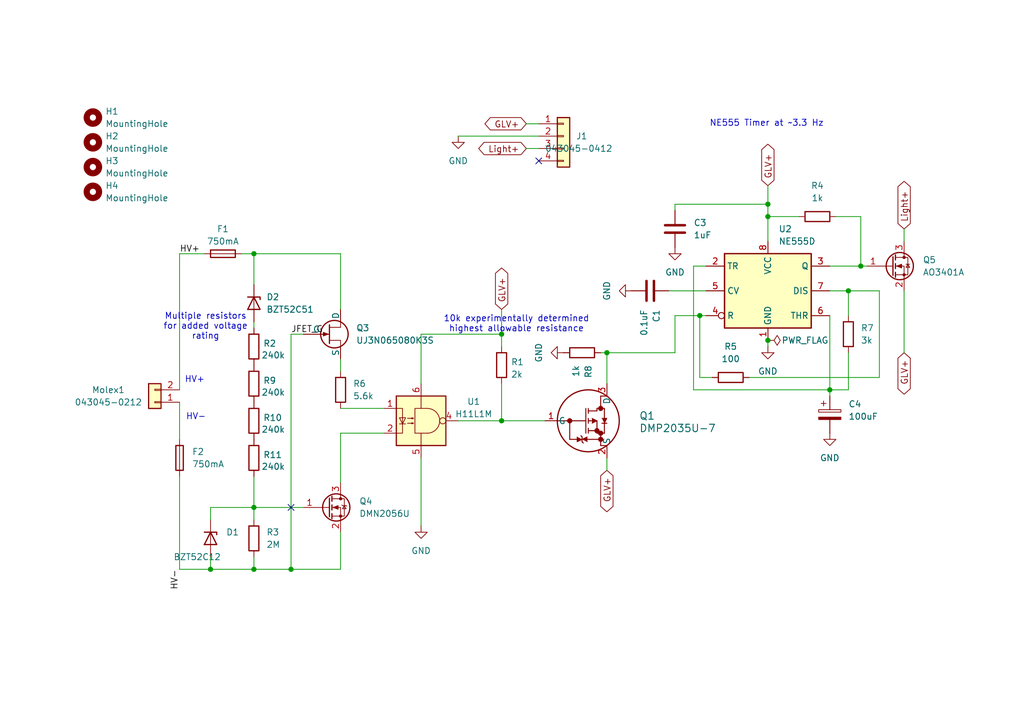
<source format=kicad_sch>
(kicad_sch (version 20250114) (generator "eeschema") (generator_version "9.0")
  (paper "A5")
  (lib_symbols
    (symbol "Connector_Generic:Conn_01x02" (pin_names (offset 1.016) (hide yes))
      (property "Reference" "J" (at 0 2.54 0))
      (property "Value" "Conn_01x02" (at 0 -5.08 0))
      (symbol "Conn_01x02_1_1"
        (rectangle (start -1.27 1.27) (end 1.27 -3.81) (stroke (width 0.254)) (fill (type background)))
        (rectangle (start -1.27 0.127) (end 0 -0.127) (stroke (width 0.1524)))
        (rectangle (start -1.27 -2.413) (end 0 -2.667) (stroke (width 0.1524)))
        (pin passive line (at -5.08 0 0) (length 3.81) (name "Pin_1") (number "1"))
        (pin passive line (at -5.08 -2.54 0) (length 3.81) (name "Pin_2") (number "2"))
      )
    )
    (symbol "Connector_Generic:Conn_01x04" (pin_names (offset 1.016) (hide yes))
      (property "Reference" "J" (at 0 5.08 0))
      (property "Value" "Conn_01x04" (at 0 -7.62 0))
      (symbol "Conn_01x04_1_1"
        (rectangle (start -1.27 3.81) (end 1.27 -6.35) (stroke (width 0.254)) (fill (type background)))
        (rectangle (start -1.27 2.667) (end 0 2.413) (stroke (width 0.1524)))
        (rectangle (start -1.27 0.127) (end 0 -0.127) (stroke (width 0.1524)))
        (rectangle (start -1.27 -2.413) (end 0 -2.667) (stroke (width 0.1524)))
        (rectangle (start -1.27 -4.953) (end 0 -5.207) (stroke (width 0.1524)))
        (pin passive line (at -5.08 2.54 0) (length 3.81) (name "Pin_1") (number "1"))
        (pin passive line (at -5.08 0 0) (length 3.81) (name "Pin_2") (number "2"))
        (pin passive line (at -5.08 -2.54 0) (length 3.81) (name "Pin_3") (number "3"))
        (pin passive line (at -5.08 -5.08 0) (length 3.81) (name "Pin_4") (number "4"))
      )
    )
    (symbol "Device:C" (pin_numbers (hide yes)) (pin_names (offset 0.254))
      (property "Reference" "C" (at 0.635 2.54 0))
      (property "Value" "C" (at 0.635 -2.54 0))
      (symbol "C_0_1"
        (polyline (pts (xy -2.032 0.762) (xy 2.032 0.762)) (stroke (width 0.508)))
        (polyline (pts (xy -2.032 -0.762) (xy 2.032 -0.762)) (stroke (width 0.508)))
      )
      (symbol "C_1_1"
        (pin passive line (at 0 3.81 270) (length 2.794) (name "~") (number "1"))
        (pin passive line (at 0 -3.81 90) (length 2.794) (name "~") (number "2"))
      )
    )
    (symbol "Device:C_Polarized" (pin_numbers (hide yes)) (pin_names (offset 0.254))
      (property "Reference" "C" (at 0.635 2.54 0))
      (property "Value" "C_Polarized" (at 0.635 -2.54 0))
      (symbol "C_Polarized_0_1"
        (rectangle (start -2.286 0.508) (end 2.286 1.016))
        (polyline (pts (xy -1.778 2.286) (xy -0.762 2.286)))
        (polyline (pts (xy -1.27 2.794) (xy -1.27 1.778)))
        (rectangle (start 2.286 -0.508) (end -2.286 -1.016) (fill (type outline)))
      )
      (symbol "C_Polarized_1_1"
        (pin passive line (at 0 3.81 270) (length 2.794) (name "~") (number "1"))
        (pin passive line (at 0 -3.81 90) (length 2.794) (name "~") (number "2"))
      )
    )
    (symbol "Device:D_Zener" (pin_numbers (hide yes)) (pin_names (offset 1.016) (hide yes))
      (property "Reference" "D" (at 0 2.54 0))
      (property "Value" "D_Zener" (at 0 -2.54 0))
      (symbol "D_Zener_0_1"
        (polyline (pts (xy -1.27 -1.27) (xy -1.27 1.27) (xy -0.762 1.27)) (stroke (width 0.254)))
        (polyline (pts (xy 1.27 0) (xy -1.27 0)))
        (polyline (pts (xy 1.27 -1.27) (xy 1.27 1.27) (xy -1.27 0) (xy 1.27 -1.27)) (stroke (width 0.254)))
      )
      (symbol "D_Zener_1_1"
        (pin passive line (at -3.81 0 0) (length 2.54) (name "K") (number "1"))
        (pin passive line (at 3.81 0 180) (length 2.54) (name "A") (number "2"))
      )
    )
    (symbol "Device:Fuse" (pin_numbers (hide yes)) (pin_names (offset 0))
      (property "Reference" "F" (at 2.032 0 90))
      (property "Value" "Fuse" (at -1.905 0 90))
      (symbol "Fuse_0_1"
        (rectangle (start -0.762 -2.54) (end 0.762 2.54) (stroke (width 0.254)))
        (polyline (pts (xy 0 2.54) (xy 0 -2.54)))
      )
      (symbol "Fuse_1_1"
        (pin passive line (at 0 3.81 270) (length 1.27) (name "~") (number "1"))
        (pin passive line (at 0 -3.81 90) (length 1.27) (name "~") (number "2"))
      )
    )
    (symbol "Device:R" (pin_numbers (hide yes)) (pin_names (offset 0))
      (property "Reference" "R" (at 2.032 0 90))
      (property "Value" "R" (at 0 0 90))
      (symbol "R_0_1"
        (rectangle (start -1.016 -2.54) (end 1.016 2.54) (stroke (width 0.254)))
      )
      (symbol "R_1_1"
        (pin passive line (at 0 3.81 270) (length 1.27) (name "~") (number "1"))
        (pin passive line (at 0 -3.81 90) (length 1.27) (name "~") (number "2"))
      )
    )
    (symbol "Diode:BZT52Bxx" (pin_numbers (hide yes)) (pin_names (hide yes))
      (property "Reference" "D" (at 0 2.54 0))
      (property "Value" "BZT52Bxx" (at 0 -2.54 0))
      (symbol "BZT52Bxx_0_1"
        (polyline (pts (xy -1.27 -1.27) (xy -1.27 1.27) (xy -0.762 1.27)) (stroke (width 0.254)))
        (polyline (pts (xy 1.27 0) (xy -1.27 0)))
        (polyline (pts (xy 1.27 -1.27) (xy 1.27 1.27) (xy -1.27 0) (xy 1.27 -1.27)) (stroke (width 0.254)))
      )
      (symbol "BZT52Bxx_1_1"
        (pin passive line (at -3.81 0 0) (length 2.54) (name "K") (number "1"))
        (pin passive line (at 3.81 0 180) (length 2.54) (name "A") (number "2"))
      )
    )
    (symbol "Isolator:H11L1" (pin_names (offset 1.016))
      (property "Reference" "U" (at 1.27 8.89 0))
      (property "Value" "H11L1" (at 1.27 6.35 0))
      (symbol "H11L1_0_1"
        (rectangle (start -5.08 5.08) (end 5.08 -5.08) (stroke (width 0.254)) (fill (type background)))
        (polyline (pts (xy -5.08 -2.54) (xy -3.81 -2.54) (xy -3.81 2.54) (xy -5.08 2.54)))
        (polyline (pts (xy -4.445 -0.635) (xy -3.175 -0.635)))
        (polyline (pts (xy -3.81 -0.635) (xy -4.445 0.635) (xy -3.175 0.635) (xy -3.81 -0.635)))
        (polyline (pts (xy -2.794 0.508) (xy -1.524 0.508) (xy -1.905 0.381) (xy -1.905 0.635) (xy -1.524 0.508)))
        (polyline (pts (xy -2.794 -0.508) (xy -1.524 -0.508) (xy -1.905 -0.635) (xy -1.905 -0.381) (xy -1.524 -0.508)))
        (polyline (pts (xy 0 2.54) (xy 0 5.08)))
        (polyline (pts (xy 0 -2.54) (xy 0 -5.08) (xy 0 -3.81)))
        (arc (start 1.27 2.54) (mid 3.799 0) (end 1.27 -2.54))
        (polyline (pts (xy 1.27 -2.54) (xy -1.27 -2.54) (xy -1.27 2.54) (xy 1.27 2.54)))
      )
      (symbol "H11L1_1_1"
        (pin passive line (at -7.62 2.54 0) (length 2.54) (name "~") (number "1"))
        (pin passive line (at -7.62 -2.54 0) (length 2.54) (name "~") (number "2"))
        (pin no_connect line (at -5.08 0 0) (length 2.54) (hide yes) (name "~") (number "3"))
        (pin power_in line (at 0 7.62 270) (length 2.54) (name "~") (number "6"))
        (pin power_in line (at 0 -7.62 90) (length 2.54) (name "~") (number "5"))
        (pin output inverted (at 7.62 0 180) (length 3.81) (name "~") (number "4"))
      )
    )
    (symbol "Mechanical:MountingHole" (pin_names (offset 1.016)) (exclude_from_sim yes) (in_bom no)
      (property "Reference" "H" (at 0 5.08 0))
      (property "Value" "MountingHole" (at 0 3.175 0))
      (symbol "MountingHole_0_1"
        (circle (center 0 0) (radius 1.27) (stroke (width 1.27)))
      )
    )
    (symbol "Simulation_SPICE:NJFET" (pin_numbers (hide yes)) (pin_names (offset 0))
      (property "Reference" "Q3" (at 5.715 1.27 0))
      (property "Value" "UJ3N120035K3S" (at 5.715 -1.27 0))
      (symbol "NJFET_0_1"
        (polyline (pts (xy 0 0) (xy -1.016 0.381) (xy -1.016 -0.381) (xy 0 0)) (fill (type outline)))
        (polyline (pts (xy 0.254 1.905) (xy 0.254 -1.905) (xy 0.254 -1.905)) (stroke (width 0.254)))
        (circle (center 1.27 0) (radius 2.8194) (stroke (width 0.254)))
        (polyline (pts (xy 2.54 2.54) (xy 2.54 1.397) (xy 0.254 1.397)))
        (polyline (pts (xy 2.54 -2.54) (xy 2.54 -1.27) (xy 0.254 -1.27)))
      )
      (symbol "NJFET_1_1"
        (pin input line (at -5.08 0 0) (length 5.334) (name "G") (number "1"))
        (pin passive line (at 2.54 5.08 270) (length 2.54) (name "D") (number "2"))
        (pin passive line (at 2.54 -5.08 90) (length 2.54) (name "S") (number "3"))
      )
    )
    (symbol "Timer:NE555D"
      (property "Reference" "U" (at -10.16 8.89 0))
      (property "Value" "NE555D" (at 2.54 8.89 0))
      (symbol "NE555D_0_0"
        (pin power_in line (at 0 10.16 270) (length 2.54) (name "VCC") (number "8"))
        (pin power_in line (at 0 -10.16 90) (length 2.54) (name "GND") (number "1"))
      )
      (symbol "NE555D_0_1"
        (rectangle (start -8.89 -7.62) (end 8.89 7.62) (stroke (width 0.254)) (fill (type background)))
        (rectangle (start -8.89 -7.62) (end 8.89 7.62) (stroke (width 0.254)) (fill (type background)))
      )
      (symbol "NE555D_1_1"
        (pin input line (at -12.7 5.08 0) (length 3.81) (name "TR") (number "2"))
        (pin input line (at -12.7 0 0) (length 3.81) (name "CV") (number "5"))
        (pin input inverted (at -12.7 -5.08 0) (length 3.81) (name "R") (number "4"))
        (pin output line (at 12.7 5.08 180) (length 3.81) (name "Q") (number "3"))
        (pin input line (at 12.7 0 180) (length 3.81) (name "DIS") (number "7"))
        (pin input line (at 12.7 -5.08 180) (length 3.81) (name "THR") (number "6"))
      )
    )
    (symbol "Transistor_FET:AO3400A" (pin_names (offset 0) (hide yes))
      (property "Reference" "Q" (at 5.08 1.905 0))
      (property "Value" "AO3400A" (at 5.08 0 0))
      (symbol "AO3400A_0_1"
        (polyline (pts (xy 0.254 1.905) (xy 0.254 -1.905)) (stroke (width 0.254)))
        (polyline (pts (xy 0.254 0) (xy -2.54 0)))
        (polyline (pts (xy 0.762 2.286) (xy 0.762 1.27)) (stroke (width 0.254)))
        (polyline (pts (xy 0.762 0.508) (xy 0.762 -0.508)) (stroke (width 0.254)))
        (polyline (pts (xy 0.762 -1.27) (xy 0.762 -2.286)) (stroke (width 0.254)))
        (polyline (pts (xy 0.762 -1.778) (xy 3.302 -1.778) (xy 3.302 1.778) (xy 0.762 1.778)))
        (polyline (pts (xy 1.016 0) (xy 2.032 0.381) (xy 2.032 -0.381) (xy 1.016 0)) (fill (type outline)))
        (circle (center 1.651 0) (radius 2.794) (stroke (width 0.254)))
        (polyline (pts (xy 2.54 2.54) (xy 2.54 1.778)))
        (circle (center 2.54 1.778) (radius 0.254) (fill (type outline)))
        (circle (center 2.54 -1.778) (radius 0.254) (fill (type outline)))
        (polyline (pts (xy 2.54 -2.54) (xy 2.54 0) (xy 0.762 0)))
        (polyline (pts (xy 2.921 0.381) (xy 3.683 0.381)))
        (polyline (pts (xy 3.302 0.381) (xy 2.921 -0.254) (xy 3.683 -0.254) (xy 3.302 0.381)))
      )
      (symbol "AO3400A_1_1"
        (pin input line (at -5.08 0 0) (length 2.54) (name "G") (number "1"))
        (pin passive line (at 2.54 5.08 270) (length 2.54) (name "D") (number "3"))
        (pin passive line (at 2.54 -5.08 90) (length 2.54) (name "S") (number "2"))
      )
    )
    (symbol "Transistor_FET:DMN2056U" (pin_names (hide yes))
      (property "Reference" "Q" (at 5.08 1.905 0))
      (property "Value" "DMN2056U" (at 5.08 0 0))
      (symbol "DMN2056U_0_1"
        (polyline (pts (xy 0.254 1.905) (xy 0.254 -1.905)) (stroke (width 0.254)))
        (polyline (pts (xy 0.254 0) (xy -2.54 0)))
        (polyline (pts (xy 0.762 2.286) (xy 0.762 1.27)) (stroke (width 0.254)))
        (polyline (pts (xy 0.762 0.508) (xy 0.762 -0.508)) (stroke (width 0.254)))
        (polyline (pts (xy 0.762 -1.27) (xy 0.762 -2.286)) (stroke (width 0.254)))
        (polyline (pts (xy 0.762 -1.778) (xy 3.302 -1.778) (xy 3.302 1.778) (xy 0.762 1.778)))
        (polyline (pts (xy 1.016 0) (xy 2.032 0.381) (xy 2.032 -0.381) (xy 1.016 0)) (fill (type outline)))
        (circle (center 1.651 0) (radius 2.794) (stroke (width 0.254)))
        (polyline (pts (xy 2.54 2.54) (xy 2.54 1.778)))
        (circle (center 2.54 1.778) (radius 0.254) (fill (type outline)))
        (circle (center 2.54 -1.778) (radius 0.254) (fill (type outline)))
        (polyline (pts (xy 2.54 -2.54) (xy 2.54 0) (xy 0.762 0)))
        (polyline (pts (xy 2.794 0.508) (xy 2.921 0.381) (xy 3.683 0.381) (xy 3.81 0.254)))
        (polyline (pts (xy 3.302 0.381) (xy 2.921 -0.254) (xy 3.683 -0.254) (xy 3.302 0.381)))
      )
      (symbol "DMN2056U_1_1"
        (pin input line (at -5.08 0 0) (length 2.54) (name "G") (number "1"))
        (pin passive line (at 2.54 5.08 270) (length 2.54) (name "D") (number "3"))
        (pin passive line (at 2.54 -5.08 90) (length 2.54) (name "S") (number "2"))
      )
    )
    (symbol "Transistor_FET:DMP2035U-7" (pin_names (offset 0.254))
      (property "Reference" "MOSFET" (at 16.51 1.27 0))
      (property "Value" "DMP2035U-7" (at 16.51 -1.27 0))
      (symbol "DMP2035U-7_0_1"
        (polyline (pts (xy 2.54 0) (xy 8.382 0)) (stroke (width 0.2032)))
        (circle (center 5.08 0) (radius 0.0254) (stroke (width 0.508)))
        (polyline (pts (xy 5.08 -3.81) (xy 5.08 0)) (stroke (width 0.2032)))
        (polyline (pts (xy 5.08 -3.81) (xy 6.604 -3.81)) (stroke (width 0.2032)))
        (polyline (pts (xy 6.604 -3.302) (xy 6.604 -4.318) (xy 7.62 -3.81)) (fill (type outline)))
        (polyline (pts (xy 7.366 -3.048) (xy 7.62 -3.302)) (stroke (width 0.2032)))
        (polyline (pts (xy 7.62 -3.302) (xy 7.62 -4.318)) (stroke (width 0.2032)))
        (polyline (pts (xy 7.62 -4.318) (xy 7.874 -4.572)) (stroke (width 0.2032)))
        (polyline (pts (xy 8.382 -2.54) (xy 8.382 2.54)) (stroke (width 0.2032)))
        (polyline (pts (xy 8.636 -3.81) (xy 11.43 -3.81)) (stroke (width 0.2032)))
        (polyline (pts (xy 8.636 -4.318) (xy 8.636 -3.302) (xy 7.62 -3.81)) (fill (type outline)))
        (polyline (pts (xy 8.89 2.032) (xy 10.668 2.032)) (stroke (width 0.2032)))
        (polyline (pts (xy 8.89 1.524) (xy 8.89 2.54)) (stroke (width 0.2032)))
        (polyline (pts (xy 8.89 0) (xy 10.668 0)) (stroke (width 0.2032)))
        (circle (center 8.89 0) (radius 6.35) (stroke (width 0.254)))
        (polyline (pts (xy 8.89 -0.508) (xy 8.89 0.508)) (stroke (width 0.2032)))
        (polyline (pts (xy 8.89 -2.032) (xy 10.668 -2.032)) (stroke (width 0.2032)))
        (polyline (pts (xy 8.89 -2.54) (xy 8.89 -1.524)) (stroke (width 0.2032)))
        (polyline (pts (xy 9.652 0.508) (xy 10.668 0) (xy 9.652 -0.508)) (fill (type outline)))
        (polyline (pts (xy 10.668 2.54) (xy 12.192 2.54)) (stroke (width 0.2032)))
        (polyline (pts (xy 10.668 2.032) (xy 10.668 2.54)) (stroke (width 0.2032)))
        (circle (center 10.668 -2.032) (radius 0.0254) (stroke (width 0.508)))
        (polyline (pts (xy 10.668 -2.54) (xy 10.668 0)) (stroke (width 0.2032)))
        (polyline (pts (xy 10.668 -2.54) (xy 12.192 -2.54)) (stroke (width 0.2032)))
        (polyline (pts (xy 11.43 5.08) (xy 11.43 2.54)) (stroke (width 0.2032)))
        (polyline (pts (xy 11.43 5.08) (xy 12.7 5.08)) (stroke (width 0.2032)))
        (circle (center 11.43 2.54) (radius 0.0254) (stroke (width 0.508)))
        (circle (center 11.43 -2.54) (radius 0.0254) (stroke (width 0.508)))
        (circle (center 11.43 -3.81) (radius 0.0254) (stroke (width 0.508)))
        (polyline (pts (xy 11.43 -5.08) (xy 11.43 -2.54)) (stroke (width 0.2032)))
        (polyline (pts (xy 11.43 -5.08) (xy 12.7 -5.08)) (stroke (width 0.2032)))
        (polyline (pts (xy 11.684 0.508) (xy 12.7 0.508) (xy 12.192 -0.508)) (fill (type outline)))
        (polyline (pts (xy 11.684 -0.508) (xy 12.7 -0.508)) (stroke (width 0.2032)))
        (polyline (pts (xy 12.192 -2.54) (xy 12.192 2.54)) (stroke (width 0.2032)))
        (pin unspecified line (at 0 0 0) (length 2.54) (name "G") (number "1"))
        (pin unspecified line (at 12.7 7.62 270) (length 2.54) (name "D") (number "3"))
        (pin unspecified line (at 12.7 -7.62 90) (length 2.54) (name "S") (number "2"))
      )
    )
    (symbol "power:GND" (power) (pin_numbers (hide yes)) (pin_names (offset 0) (hide yes))
      (property "Value" "GND" (at 0 -3.81 0))
      (symbol "GND_0_1"
        (polyline (pts (xy 0 0) (xy 0 -1.27) (xy 1.27 -1.27) (xy 0 -2.54) (xy -1.27 -1.27) (xy 0 -1.27)))
      )
      (symbol "GND_1_1"
        (pin power_in line (at 0 0 270) (length 0) (name "~") (number "1"))
      )
    )
    (symbol "power:PWR_FLAG" (power) (pin_numbers (hide yes)) (pin_names (offset 0) (hide yes))
      (property "Value" "PWR_FLAG" (at 0 3.81 0))
      (symbol "PWR_FLAG_0_0"
        (pin power_out line (at 0 0 90) (length 0) (name "~") (number "1"))
      )
      (symbol "PWR_FLAG_0_1"
        (polyline (pts (xy 0 0) (xy 0 1.27) (xy -1.016 1.905) (xy 0 2.54) (xy 1.016 1.905) (xy 0 1.27)))
      )
    )
  )
  (text "NE555 Timer at ~3.3 Hz" (at 157.226 25.4 0) (effects (font (size 1.27 1.27))))
  (text "Multiple resistors\nfor added voltage\nrating" (at 42.164 67.056 0) (effects (font (size 1.27 1.27))))
  (text "10k experimentally determined\nhighest allowable resistance" (at 105.918 66.548 0) (effects (font (size 1.27 1.27))))
  (text "HV+" (at 37.846 78.74 0) (effects (font (size 1.27 1.27)) (justify left bottom)))
  (text "HV-" (at 38.1 86.36 0) (effects (font (size 1.27 1.27)) (justify left bottom)))
  (junction (at 143.51 64.77))
  (junction (at 124.46 72.39))
  (junction (at 52.07 116.84))
  (junction (at 52.07 52.07))
  (junction (at 157.48 69.85))
  (junction (at 52.07 104.14))
  (junction (at 59.69 116.84))
  (junction (at 157.48 44.45))
  (junction (at 170.18 80.01))
  (junction (at 102.87 68.58))
  (junction (at 102.87 86.36))
  (junction (at 176.53 54.61))
  (junction (at 157.48 41.91))
  (junction (at 173.99 59.69))
  (junction (at 43.18 116.84))
  (no_connect (at 110.49 33.02))
  (no_connect (at 59.69 104.14))
  (wire (pts (xy 137.16 59.69) (xy 144.78 59.69)))
  (wire (pts (xy 123.19 72.39) (xy 124.46 72.39)))
  (wire (pts (xy 180.34 59.69) (xy 173.99 59.69)))
  (wire (pts (xy 170.18 64.77) (xy 170.18 80.01)))
  (wire (pts (xy 78.74 88.9) (xy 69.85 88.9)))
  (wire (pts (xy 142.24 80.01) (xy 170.18 80.01)))
  (wire (pts (xy 138.43 41.91) (xy 138.43 43.18)))
  (wire (pts (xy 59.69 68.58) (xy 59.69 116.84)))
  (wire (pts (xy 52.07 52.07) (xy 52.07 58.42)))
  (wire (pts (xy 107.95 25.4) (xy 110.49 25.4)))
  (wire (pts (xy 69.85 109.22) (xy 69.85 116.84)))
  (wire (pts (xy 69.85 52.07) (xy 69.85 63.5)))
  (wire (pts (xy 185.42 59.69) (xy 185.42 72.39)))
  (wire (pts (xy 176.53 44.45) (xy 176.53 54.61)))
  (wire (pts (xy 36.83 97.79) (xy 36.83 116.84)))
  (wire (pts (xy 59.69 116.84) (xy 69.85 116.84)))
  (wire (pts (xy 69.85 88.9) (xy 69.85 99.06)))
  (wire (pts (xy 171.45 44.45) (xy 176.53 44.45)))
  (wire (pts (xy 107.95 30.48) (xy 110.49 30.48)))
  (wire (pts (xy 86.36 93.98) (xy 86.36 107.95)))
  (wire (pts (xy 138.43 41.91) (xy 157.48 41.91)))
  (wire (pts (xy 124.46 96.52) (xy 124.46 93.98)))
  (wire (pts (xy 52.07 52.07) (xy 69.85 52.07)))
  (wire (pts (xy 143.51 64.77) (xy 144.78 64.77)))
  (wire (pts (xy 173.99 72.39) (xy 173.99 80.01)))
  (wire (pts (xy 69.85 83.82) (xy 78.74 83.82)))
  (wire (pts (xy 36.83 52.07) (xy 36.83 80.01)))
  (wire (pts (xy 157.48 38.1) (xy 157.48 41.91)))
  (wire (pts (xy 52.07 104.14) (xy 52.07 97.79)))
  (wire (pts (xy 180.34 77.47) (xy 180.34 59.69)))
  (wire (pts (xy 124.46 72.39) (xy 124.46 78.74)))
  (wire (pts (xy 157.48 41.91) (xy 157.48 44.45)))
  (wire (pts (xy 170.18 80.01) (xy 170.18 81.28)))
  (wire (pts (xy 185.42 46.99) (xy 185.42 49.53)))
  (wire (pts (xy 43.18 116.84) (xy 52.07 116.84)))
  (wire (pts (xy 138.43 64.77) (xy 138.43 72.39)))
  (wire (pts (xy 138.43 64.77) (xy 143.51 64.77)))
  (wire (pts (xy 52.07 116.84) (xy 59.69 116.84)))
  (wire (pts (xy 170.18 54.61) (xy 176.53 54.61)))
  (wire (pts (xy 124.46 72.39) (xy 138.43 72.39)))
  (wire (pts (xy 93.98 86.36) (xy 102.87 86.36)))
  (wire (pts (xy 102.87 86.36) (xy 111.76 86.36)))
  (wire (pts (xy 43.18 104.14) (xy 52.07 104.14)))
  (wire (pts (xy 43.18 116.84) (xy 43.18 114.3)))
  (wire (pts (xy 173.99 80.01) (xy 170.18 80.01)))
  (wire (pts (xy 36.83 116.84) (xy 43.18 116.84)))
  (wire (pts (xy 157.48 44.45) (xy 157.48 49.53)))
  (wire (pts (xy 36.83 52.07) (xy 41.91 52.07)))
  (wire (pts (xy 69.85 73.66) (xy 69.85 76.2)))
  (wire (pts (xy 157.48 44.45) (xy 163.83 44.45)))
  (wire (pts (xy 86.36 68.58) (xy 102.87 68.58)))
  (wire (pts (xy 142.24 54.61) (xy 142.24 80.01)))
  (wire (pts (xy 153.67 77.47) (xy 180.34 77.47)))
  (wire (pts (xy 43.18 104.14) (xy 43.18 106.68)))
  (wire (pts (xy 102.87 63.5) (xy 102.87 68.58)))
  (wire (pts (xy 52.07 116.84) (xy 52.07 114.3)))
  (wire (pts (xy 52.07 104.14) (xy 62.23 104.14)))
  (wire (pts (xy 146.05 77.47) (xy 143.51 77.47)))
  (wire (pts (xy 52.07 104.14) (xy 52.07 106.68)))
  (wire (pts (xy 36.83 82.55) (xy 36.83 90.17)))
  (wire (pts (xy 49.53 52.07) (xy 52.07 52.07)))
  (wire (pts (xy 157.48 71.12) (xy 157.48 69.85)))
  (wire (pts (xy 93.98 27.94) (xy 110.49 27.94)))
  (wire (pts (xy 86.36 78.74) (xy 86.36 68.58)))
  (wire (pts (xy 173.99 59.69) (xy 173.99 64.77)))
  (wire (pts (xy 142.24 54.61) (xy 144.78 54.61)))
  (wire (pts (xy 52.07 66.04) (xy 52.07 67.31)))
  (wire (pts (xy 170.18 59.69) (xy 173.99 59.69)))
  (wire (pts (xy 176.53 54.61) (xy 177.8 54.61)))
  (wire (pts (xy 102.87 86.36) (xy 102.87 78.74)))
  (wire (pts (xy 102.87 68.58) (xy 102.87 71.12)))
  (wire (pts (xy 143.51 64.77) (xy 143.51 77.47)))
  (wire (pts (xy 59.69 68.58) (xy 62.23 68.58)))
  (label "JFET_G" (at 59.69 68.58 0))
  (label "HV+" (at 36.83 52.07 0))
  (label "HV-" (at 36.83 116.84 270))
  (global_label "GLV+" (shape bidirectional) (at 124.46 96.52 270) (property "Intersheetrefs" "${INTERSHEET_REFS}" (effects (hide yes))))
  (global_label "GLV+" (shape bidirectional) (at 102.87 63.5 90) (property "Intersheetrefs" "${INTERSHEET_REFS}" (effects (hide yes))))
  (global_label "GLV+" (shape bidirectional) (at 185.42 72.39 270) (property "Intersheetrefs" "${INTERSHEET_REFS}" (effects (hide yes))))
  (global_label "GLV+" (shape bidirectional) (at 107.95 25.4 180) (property "Intersheetrefs" "${INTERSHEET_REFS}" (effects (hide yes))))
  (global_label "Light+" (shape bidirectional) (at 185.42 46.99 90) (property "Intersheetrefs" "${INTERSHEET_REFS}" (effects (hide yes))))
  (global_label "Light+" (shape bidirectional) (at 107.95 30.48 180) (property "Intersheetrefs" "${INTERSHEET_REFS}" (effects (hide yes))))
  (global_label "GLV+" (shape bidirectional) (at 157.48 38.1 90) (property "Intersheetrefs" "${INTERSHEET_REFS}" (effects (hide yes))))
  (symbol (lib_id "Device:C") (at 133.35 59.69 90) (unit 1)
    (property "Reference" "C1" (at 134.6201 63.5 0) (effects (justify right)))
    (property "Value" "0.1uF" (at 132.0801 63.5 0) (effects (justify right)))
    (property "Footprint" "Capacitor_SMD:C_0805_2012Metric_Pad1.18x1.45mm_HandSolder" (effects (hide yes)))
    (property "Description" "Unpolarized capacitor" (effects (hide yes)))
  )
  (symbol (lib_id "power:GND") (at 86.36 107.95 0) (unit 1)
    (property "Reference" "#PWR04" (effects (hide yes)))
    (property "Value" "GND" (at 86.36 113.03 0))
    (property "Description" "Power symbol creates a global label with name \"GND\" , ground" (effects (hide yes)))
  )
  (symbol (lib_id "Transistor_FET:AO3400A") (at 182.88 54.61 0) (unit 1)
    (property "Reference" "Q5" (at 189.23 53.3399 0) (effects (justify left)))
    (property "Value" "AO3401A" (at 189.23 55.8799 0) (effects (justify left)))
    (property "Footprint" "Package_TO_SOT_SMD:SOT-23" (effects (hide yes)))
    (property "Datasheet" "http://www.aosmd.com/pdfs/datasheet/AO3400A.pdf" (effects (hide yes)))
    (property "Description" "30V Vds, 5.7A Id, N-Channel MOSFET, SOT-23" (effects (hide yes)))
  )
  (symbol (lib_id "power:GND") (at 115.57 72.39 270) (unit 1)
    (property "Reference" "#PWR05" (effects (hide yes)))
    (property "Value" "GND" (at 110.49 72.39 0))
    (property "Description" "Power symbol creates a global label with name \"GND\" , ground" (effects (hide yes)))
  )
  (symbol (lib_id "Device:R") (at 149.86 77.47 90) (unit 1)
    (property "Reference" "R5" (at 149.86 71.12 90))
    (property "Value" "100" (at 149.86 73.66 90))
    (property "Footprint" "Resistor_SMD:R_0805_2012Metric_Pad1.20x1.40mm_HandSolder" (effects (hide yes)))
    (property "Description" "Resistor" (effects (hide yes)))
  )
  (symbol (lib_id "Transistor_FET:DMN2056U") (at 67.31 104.14 0) (unit 1)
    (property "Reference" "Q4" (at 73.66 102.8699 0) (effects (justify left)))
    (property "Value" "DMN2056U" (at 73.66 105.4099 0) (effects (justify left)))
    (property "Footprint" "Package_TO_SOT_SMD:SOT-23" (effects (hide yes)))
    (property "Datasheet" "http://www.diodes.com/assets/Datasheets/DMN2056U.pdf" (effects (hide yes)))
    (property "Description" "4A Id, 20V Vds, N-Channel MOSFET, SOT-23" (effects (hide yes)))
  )
  (symbol (lib_id "Device:R") (at 69.85 80.01 0) (unit 1)
    (property "Reference" "R6" (at 72.39 78.7399 0) (effects (justify left)))
    (property "Value" "5.6k" (at 72.39 81.2799 0) (effects (justify left)))
    (property "Footprint" "Resistor_SMD:R_0805_2012Metric_Pad1.20x1.40mm_HandSolder" (effects (hide yes)))
  )
  (symbol (lib_id "Transistor_FET:DMP2035U-7") (at 111.76 86.36 0) (unit 1)
    (property "Reference" "Q1" (at 131.064 85.344 0) (effects (font (size 1.524 1.524)) (justify left)))
    (property "Value" "DMP2035U-7" (at 131.064 87.884 0) (effects (font (size 1.524 1.524)) (justify left)))
    (property "Footprint" "Package_TO_SOT_SMD:SOT-23" (effects (hide yes)))
    (property "Datasheet" "DMP2035U-7" (effects (hide yes)))
  )
  (symbol (lib_id "Device:R") (at 52.07 71.12 0) (unit 1)
    (property "Reference" "R2" (at 53.975 70.485 0) (effects (justify left)))
    (property "Value" "240k" (at 53.594 72.898 0) (effects (justify left)))
    (property "Footprint" "Resistor_SMD:R_0805_2012Metric_Pad1.20x1.40mm_HandSolder" (effects (hide yes)))
  )
  (symbol (lib_id "power:GND") (at 93.98 27.94 0) (mirror y) (unit 1)
    (property "Reference" "#PWR08" (effects (hide yes)))
    (property "Value" "GND" (at 93.98 33.02 0))
    (property "Description" "Power symbol creates a global label with name \"GND\" , ground" (effects (hide yes)))
  )
  (symbol (lib_id "Device:Fuse") (at 45.72 52.07 90) (unit 1)
    (property "Reference" "F1" (at 45.72 46.99 90))
    (property "Value" "750mA" (at 45.72 49.53 90))
    (property "Footprint" "Fuse:Fuse_1206_3216Metric" (effects (hide yes)))
  )
  (symbol (lib_id "Device:R") (at 52.07 78.74 0) (unit 1)
    (property "Reference" "R9" (at 53.975 78.105 0) (effects (justify left)))
    (property "Value" "240k" (at 53.594 80.518 0) (effects (justify left)))
    (property "Footprint" "Resistor_SMD:R_0805_2012Metric_Pad1.20x1.40mm_HandSolder" (effects (hide yes)))
  )
  (symbol (lib_id "power:GND") (at 129.54 59.69 270) (unit 1)
    (property "Reference" "#PWR03" (effects (hide yes)))
    (property "Value" "GND" (at 124.46 59.69 0))
    (property "Description" "Power symbol creates a global label with name \"GND\" , ground" (effects (hide yes)))
  )
  (symbol (lib_id "power:GND") (at 138.43 50.8 0) (unit 1)
    (property "Reference" "#PWR06" (effects (hide yes)))
    (property "Value" "GND" (at 138.43 55.88 0))
    (property "Description" "Power symbol creates a global label with name \"GND\" , ground" (effects (hide yes)))
  )
  (symbol (lib_id "Device:R") (at 52.07 93.98 0) (unit 1)
    (property "Reference" "R11" (at 53.975 93.345 0) (effects (justify left)))
    (property "Value" "240k" (at 53.594 95.758 0) (effects (justify left)))
    (property "Footprint" "Resistor_SMD:R_0805_2012Metric_Pad1.20x1.40mm_HandSolder" (effects (hide yes)))
  )
  (symbol (lib_id "Device:C") (at 138.43 46.99 180) (unit 1)
    (property "Reference" "C3" (at 142.24 45.7199 0) (effects (justify right)))
    (property "Value" "1uF" (at 142.24 48.2599 0) (effects (justify right)))
    (property "Footprint" "Capacitor_SMD:C_0805_2012Metric_Pad1.18x1.45mm_HandSolder" (effects (hide yes)))
    (property "Description" "Unpolarized capacitor" (effects (hide yes)))
  )
  (symbol (lib_id "power:PWR_FLAG") (at 157.48 69.85 270) (unit 1)
    (property "Reference" "#FLG01" (effects (hide yes)))
    (property "Value" "PWR_FLAG" (at 160.274 69.85 90) (effects (justify left)))
    (property "Description" "Special symbol for telling ERC where power comes from" (effects (hide yes)))
  )
  (symbol (lib_id "Simulation_SPICE:NJFET") (at 67.31 68.58 0) (unit 1)
    (property "Reference" "Q3" (at 73.025 67.31 0) (effects (justify left)))
    (property "Value" "UJ3N065080K3S" (at 73.025 69.85 0) (effects (justify left)))
    (property "Footprint" "Package_TO_SOT_THT:TO-247-3_Horizontal_TabDown" (effects (hide yes)))
    (property "Sim.Device" "NJFET" (effects (hide yes)))
    (property "Sim.Type" "SHICHMANHODGES" (effects (hide yes)))
    (property "Sim.Pins" "1=D 2=G 3=S" (effects (hide yes)))
  )
  (symbol (lib_id "Device:R") (at 52.07 86.36 0) (unit 1)
    (property "Reference" "R10" (at 53.975 85.725 0) (effects (justify left)))
    (property "Value" "240k" (at 53.594 88.138 0) (effects (justify left)))
    (property "Footprint" "Resistor_SMD:R_0805_2012Metric_Pad1.20x1.40mm_HandSolder" (effects (hide yes)))
  )
  (symbol (lib_id "Device:R") (at 52.07 110.49 0) (unit 1)
    (property "Reference" "R3" (at 54.61 109.2199 0) (effects (justify left)))
    (property "Value" "2M" (at 54.61 111.7599 0) (effects (justify left)))
    (property "Footprint" "Resistor_SMD:R_0805_2012Metric_Pad1.20x1.40mm_HandSolder" (effects (hide yes)))
  )
  (symbol (lib_id "Timer:NE555D") (at 157.48 59.69 0) (unit 1)
    (property "Reference" "U2" (at 159.6741 46.99 0) (effects (justify left)))
    (property "Value" "NE555D" (at 159.6741 49.53 0) (effects (justify left)))
    (property "Footprint" "Package_SO:SOIC-8_3.9x4.9mm_P1.27mm" (effects (hide yes)))
    (property "Datasheet" "http://www.ti.com/lit/ds/symlink/ne555.pdf" (effects (hide yes)))
    (property "Description" "Precision Timers, 555 compatible, SOIC-8" (effects (hide yes)))
  )
  (symbol (lib_id "Device:R") (at 119.38 72.39 90) (unit 1)
    (property "Reference" "R8" (at 120.6501 74.93 0) (effects (justify right)))
    (property "Value" "1k" (at 118.1101 74.93 0) (effects (justify right)))
    (property "Footprint" "Resistor_SMD:R_0805_2012Metric_Pad1.20x1.40mm_HandSolder" (effects (hide yes)))
    (property "Description" "Resistor" (effects (hide yes)))
  )
  (symbol (lib_id "Device:Fuse") (at 36.83 93.98 180) (unit 1)
    (property "Reference" "F2" (at 39.37 92.7099 0) (effects (justify right)))
    (property "Value" "750mA" (at 39.37 95.2499 0) (effects (justify right)))
    (property "Footprint" "Fuse:Fuse_1206_3216Metric" (effects (hide yes)))
  )
  (symbol (lib_id "Mechanical:MountingHole") (at 19.05 24.13 0) (unit 1) (exclude_from_sim yes) (in_bom no)
    (property "Reference" "H1" (at 21.59 22.8599 0) (effects (justify left)))
    (property "Value" "MountingHole" (at 21.59 25.3999 0) (effects (justify left)))
    (property "Footprint" "MountingHole:MountingHole_3.2mm_M3_Pad_TopBottom" (effects (hide yes)))
    (property "Description" "Mounting Hole without connection" (effects (hide yes)))
  )
  (symbol (lib_id "Isolator:H11L1") (at 86.36 86.36 0) (unit 1)
    (property "Reference" "U1" (at 97.155 82.4231 0))
    (property "Value" "H11L1M" (at 97.155 84.9631 0))
    (property "Footprint" "Package_DIP:DIP-6_W7.62mm" (effects (hide yes)))
    (property "Datasheet" "https://www.onsemi.com/pub/Collateral/H11L3M-D.PDF" (effects (hide yes)))
  )
  (symbol (lib_id "Mechanical:MountingHole") (at 19.05 34.29 0) (unit 1) (exclude_from_sim yes) (in_bom no)
    (property "Reference" "H3" (at 21.59 33.0199 0) (effects (justify left)))
    (property "Value" "MountingHole" (at 21.59 35.5599 0) (effects (justify left)))
    (property "Footprint" "MountingHole:MountingHole_3.2mm_M3_Pad_TopBottom" (effects (hide yes)))
    (property "Description" "Mounting Hole without connection" (effects (hide yes)))
  )
  (symbol (lib_id "Connector_Generic:Conn_01x04") (at 115.57 27.94 0) (unit 1)
    (property "Reference" "J1" (at 118.11 27.94 0) (effects (justify left)))
    (property "Value" "043045-0412" (at 111.76 30.48 0) (effects (justify left)))
    (property "Footprint" "Connector_Molex:Molex_Micro-Fit_3.0_43045-0412_2x02_P3.00mm_Vertical" (effects (hide yes)))
  )
  (symbol (lib_id "Mechanical:MountingHole") (at 19.05 39.37 0) (unit 1) (exclude_from_sim yes) (in_bom no)
    (property "Reference" "H4" (at 21.59 38.0999 0) (effects (justify left)))
    (property "Value" "MountingHole" (at 21.59 40.6399 0) (effects (justify left)))
    (property "Footprint" "MountingHole:MountingHole_3.2mm_M3_Pad_TopBottom" (effects (hide yes)))
    (property "Description" "Mounting Hole without connection" (effects (hide yes)))
  )
  (symbol (lib_id "power:GND") (at 170.18 88.9 0) (unit 1)
    (property "Reference" "#PWR02" (effects (hide yes)))
    (property "Value" "GND" (at 170.18 93.98 0))
    (property "Description" "Power symbol creates a global label with name \"GND\" , ground" (effects (hide yes)))
  )
  (symbol (lib_id "Connector_Generic:Conn_01x02") (at 31.75 82.55 180) (unit 1)
    (property "Reference" "Molex1" (at 22.225 80.01 0))
    (property "Value" "043045-0212" (at 22.225 82.55 0))
    (property "Footprint" "Connector_Molex:Molex_Micro-Fit_3.0_43045-0212_2x01_P3.00mm_Vertical" (effects (hide yes)))
  )
  (symbol (lib_id "Device:R") (at 173.99 68.58 180) (unit 1)
    (property "Reference" "R7" (at 176.53 67.3099 0) (effects (justify right)))
    (property "Value" "3k" (at 176.53 69.8499 0) (effects (justify right)))
    (property "Footprint" "Resistor_SMD:R_0805_2012Metric_Pad1.20x1.40mm_HandSolder" (effects (hide yes)))
    (property "Description" "Resistor" (effects (hide yes)))
  )
  (symbol (lib_id "Device:D_Zener") (at 43.18 110.49 270) (unit 1)
    (property "Reference" "D1" (at 46.355 109.22 90) (effects (justify left)))
    (property "Value" "BZT52C12" (at 35.56 114.3 90) (effects (justify left)))
    (property "Footprint" "Diode_SMD:D_SOD-123" (effects (hide yes)))
  )
  (symbol (lib_id "Device:R") (at 167.64 44.45 270) (unit 1)
    (property "Reference" "R4" (at 167.64 38.1 90))
    (property "Value" "1k" (at 167.64 40.64 90))
    (property "Footprint" "Resistor_SMD:R_0805_2012Metric_Pad1.20x1.40mm_HandSolder" (effects (hide yes)))
    (property "Description" "Resistor" (effects (hide yes)))
  )
  (symbol (lib_id "Diode:BZT52Bxx") (at 52.07 62.23 270) (unit 1)
    (property "Reference" "D2" (at 54.61 60.9599 90) (effects (justify left)))
    (property "Value" "BZT52C51" (at 54.61 63.4999 90) (effects (justify left)))
    (property "Footprint" "Diode_SMD:D_SOD-123F" (effects (hide yes)))
    (property "Datasheet" "https://diotec.com/tl_files/diotec/files/pdf/datasheets/bzt52b2v4.pdf" (effects (hide yes)))
    (property "Description" "500mW Zener Diode, SOD-123F" (effects (hide yes)))
  )
  (symbol (lib_id "Mechanical:MountingHole") (at 19.05 29.21 0) (unit 1) (exclude_from_sim yes) (in_bom no)
    (property "Reference" "H2" (at 21.59 27.9399 0) (effects (justify left)))
    (property "Value" "MountingHole" (at 21.59 30.4799 0) (effects (justify left)))
    (property "Footprint" "MountingHole:MountingHole_3.2mm_M3_Pad_TopBottom" (effects (hide yes)))
    (property "Description" "Mounting Hole without connection" (effects (hide yes)))
  )
  (symbol (lib_id "power:GND") (at 157.48 71.12 0) (unit 1)
    (property "Reference" "#PWR01" (effects (hide yes)))
    (property "Value" "GND" (at 157.48 76.2 0))
    (property "Description" "Power symbol creates a global label with name \"GND\" , ground" (effects (hide yes)))
  )
  (symbol (lib_id "Device:C_Polarized") (at 170.18 85.09 0) (unit 1)
    (property "Reference" "C4" (at 173.99 82.9309 0) (effects (justify left)))
    (property "Value" "100uF" (at 173.99 85.4709 0) (effects (justify left)))
    (property "Footprint" "Capacitor_SMD:CP_Elec_6.3x5.4" (effects (hide yes)))
    (property "Description" "Polarized capacitor" (effects (hide yes)))
  )
  (symbol (lib_id "Device:R") (at 102.87 74.93 0) (unit 1)
    (property "Reference" "R1" (at 104.775 74.295 0) (effects (justify left)))
    (property "Value" "2k" (at 104.775 76.835 0) (effects (justify left)))
    (property "Footprint" "Resistor_SMD:R_0805_2012Metric_Pad1.20x1.40mm_HandSolder" (effects (hide yes)))
  )
)
</source>
